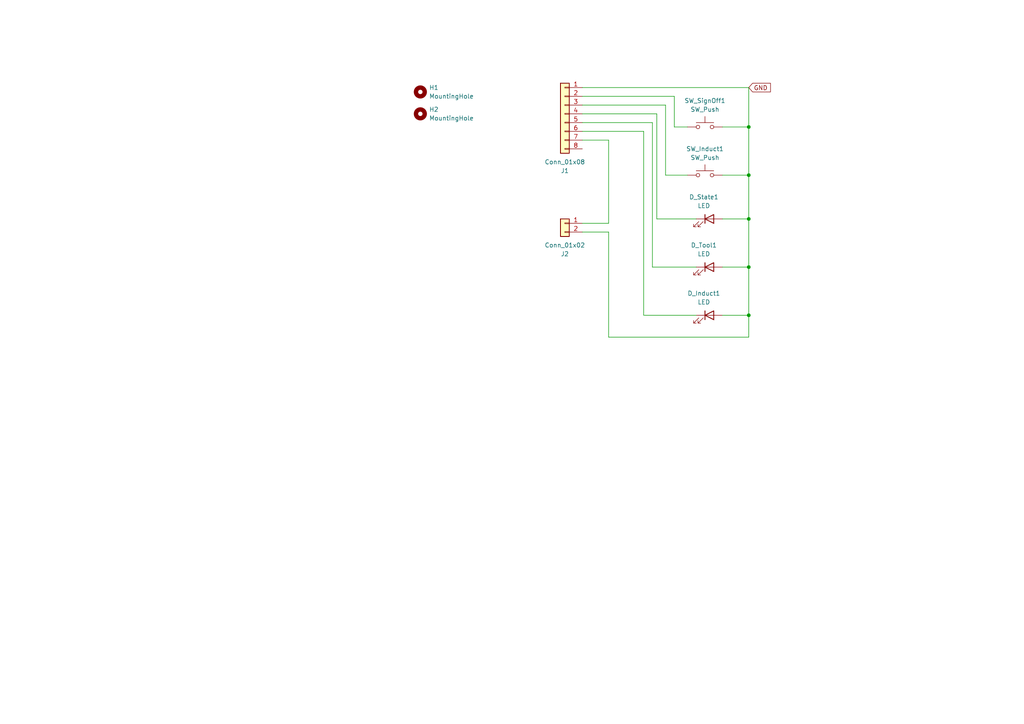
<source format=kicad_sch>
(kicad_sch (version 20231120) (generator "eeschema") (generator_version "8.0")
  (paper "A4")
  (lib_symbols
    (symbol "Connector_Generic:Conn_01x02" (pin_names (offset 1.016) hide)
      (property "Reference" "J" (at 0 2.54 0))
      (property "Value" "Conn_01x02" (at 0 -5.08 0))
      (symbol "Conn_01x02_1_1"
        (rectangle (start -1.27 -2.413) (end 0 -2.667) (stroke (width 0.1524)))
        (rectangle (start -1.27 0.127) (end 0 -0.127) (stroke (width 0.1524)))
        (rectangle (start -1.27 1.27) (end 1.27 -3.81) (stroke (width 0.254)) (fill (type background)))
        (pin passive line (at -5.08 0 0) (length 3.81) (name "Pin_1") (number "1"))
        (pin passive line (at -5.08 -2.54 0) (length 3.81) (name "Pin_2") (number "2"))
      )
    )
    (symbol "Connector_Generic:Conn_01x08" (pin_names (offset 1.016) hide)
      (property "Reference" "J" (at 0 10.16 0))
      (property "Value" "Conn_01x08" (at 0 -12.7 0))
      (symbol "Conn_01x08_1_1"
        (rectangle (start -1.27 -10.033) (end 0 -10.287) (stroke (width 0.1524)))
        (rectangle (start -1.27 -7.493) (end 0 -7.747) (stroke (width 0.1524)))
        (rectangle (start -1.27 -4.953) (end 0 -5.207) (stroke (width 0.1524)))
        (rectangle (start -1.27 -2.413) (end 0 -2.667) (stroke (width 0.1524)))
        (rectangle (start -1.27 0.127) (end 0 -0.127) (stroke (width 0.1524)))
        (rectangle (start -1.27 2.667) (end 0 2.413) (stroke (width 0.1524)))
        (rectangle (start -1.27 5.207) (end 0 4.953) (stroke (width 0.1524)))
        (rectangle (start -1.27 7.747) (end 0 7.493) (stroke (width 0.1524)))
        (rectangle (start -1.27 8.89) (end 1.27 -11.43) (stroke (width 0.254)) (fill (type background)))
        (pin passive line (at -5.08 7.62 0) (length 3.81) (name "Pin_1") (number "1"))
        (pin passive line (at -5.08 5.08 0) (length 3.81) (name "Pin_2") (number "2"))
        (pin passive line (at -5.08 2.54 0) (length 3.81) (name "Pin_3") (number "3"))
        (pin passive line (at -5.08 0 0) (length 3.81) (name "Pin_4") (number "4"))
        (pin passive line (at -5.08 -2.54 0) (length 3.81) (name "Pin_5") (number "5"))
        (pin passive line (at -5.08 -5.08 0) (length 3.81) (name "Pin_6") (number "6"))
        (pin passive line (at -5.08 -7.62 0) (length 3.81) (name "Pin_7") (number "7"))
        (pin passive line (at -5.08 -10.16 0) (length 3.81) (name "Pin_8") (number "8"))
      )
    )
    (symbol "Device:LED" (pin_numbers hide) (pin_names (offset 1.016) hide)
      (property "Reference" "D" (at 0 2.54 0))
      (property "Value" "LED" (at 0 -2.54 0))
      (symbol "LED_0_1"
        (polyline (pts (xy -1.27 -1.27) (xy -1.27 1.27)) (stroke (width 0.254)))
        (polyline (pts (xy -1.27 0) (xy 1.27 0)))
        (polyline (pts (xy 1.27 -1.27) (xy 1.27 1.27) (xy -1.27 0) (xy 1.27 -1.27)) (stroke (width 0.254)))
        (polyline (pts (xy -3.048 -0.762) (xy -4.572 -2.286) (xy -3.81 -2.286) (xy -4.572 -2.286) (xy -4.572 -1.524)))
        (polyline (pts (xy -1.778 -0.762) (xy -3.302 -2.286) (xy -2.54 -2.286) (xy -3.302 -2.286) (xy -3.302 -1.524)))
      )
      (symbol "LED_1_1"
        (pin passive line (at -3.81 0 0) (length 2.54) (name "K") (number "1"))
        (pin passive line (at 3.81 0 180) (length 2.54) (name "A") (number "2"))
      )
    )
    (symbol "Mechanical:MountingHole" (pin_names (offset 1.016)) (exclude_from_sim yes) (in_bom no)
      (property "Reference" "H" (at 0 5.08 0))
      (property "Value" "MountingHole" (at 0 3.175 0))
      (symbol "MountingHole_0_1"
        (circle (center 0 0) (radius 1.27) (stroke (width 1.27)))
      )
    )
    (symbol "Switch:SW_Push" (pin_numbers hide) (pin_names (offset 1.016) hide)
      (property "Reference" "SW" (at 1.27 2.54 0))
      (property "Value" "SW_Push" (at 0 -1.524 0))
      (symbol "SW_Push_0_1"
        (circle (center -2.032 0) (radius 0.508))
        (polyline (pts (xy 0 1.27) (xy 0 3.048)))
        (polyline (pts (xy 2.54 1.27) (xy -2.54 1.27)))
        (circle (center 2.032 0) (radius 0.508))
        (pin passive line (at -5.08 0 0) (length 2.54) (name "1") (number "1"))
        (pin passive line (at 5.08 0 180) (length 2.54) (name "2") (number "2"))
      )
    )
  )
  (junction (at 217.17 63.5))
  (junction (at 217.17 91.44))
  (junction (at 217.17 36.83))
  (junction (at 217.17 50.8))
  (junction (at 217.17 77.47))
  (wire (pts (xy 168.91 35.56) (xy 189.23 35.56)))
  (wire (pts (xy 209.55 77.47) (xy 217.17 77.47)))
  (wire (pts (xy 189.23 35.56) (xy 189.23 77.47)))
  (wire (pts (xy 176.53 64.77) (xy 176.53 40.64)))
  (wire (pts (xy 217.17 36.83) (xy 217.17 50.8)))
  (wire (pts (xy 217.17 77.47) (xy 217.17 91.44)))
  (wire (pts (xy 168.91 25.4) (xy 217.17 25.4)))
  (wire (pts (xy 217.17 50.8) (xy 217.17 63.5)))
  (wire (pts (xy 217.17 25.4) (xy 217.17 36.83)))
  (wire (pts (xy 168.91 33.02) (xy 190.5 33.02)))
  (wire (pts (xy 168.91 64.77) (xy 176.53 64.77)))
  (wire (pts (xy 195.58 36.83) (xy 199.39 36.83)))
  (wire (pts (xy 168.91 67.31) (xy 176.53 67.31)))
  (wire (pts (xy 176.53 67.31) (xy 176.53 97.79)))
  (wire (pts (xy 193.04 30.48) (xy 193.04 50.8)))
  (wire (pts (xy 189.23 77.47) (xy 201.93 77.47)))
  (wire (pts (xy 190.5 33.02) (xy 190.5 63.5)))
  (wire (pts (xy 186.69 91.44) (xy 201.93 91.44)))
  (wire (pts (xy 209.55 63.5) (xy 217.17 63.5)))
  (wire (pts (xy 186.69 38.1) (xy 186.69 91.44)))
  (wire (pts (xy 209.55 50.8) (xy 217.17 50.8)))
  (wire (pts (xy 190.5 63.5) (xy 201.93 63.5)))
  (wire (pts (xy 209.55 36.83) (xy 217.17 36.83)))
  (wire (pts (xy 195.58 27.94) (xy 195.58 36.83)))
  (wire (pts (xy 217.17 91.44) (xy 209.55 91.44)))
  (wire (pts (xy 176.53 40.64) (xy 168.91 40.64)))
  (wire (pts (xy 168.91 38.1) (xy 186.69 38.1)))
  (wire (pts (xy 176.53 97.79) (xy 217.17 97.79)))
  (wire (pts (xy 168.91 30.48) (xy 193.04 30.48)))
  (wire (pts (xy 168.91 27.94) (xy 195.58 27.94)))
  (wire (pts (xy 193.04 50.8) (xy 199.39 50.8)))
  (wire (pts (xy 217.17 63.5) (xy 217.17 77.47)))
  (wire (pts (xy 217.17 97.79) (xy 217.17 91.44)))
  (global_label "GND" (shape input) (at 217.17 25.4 0) (property "Intersheetrefs" "${INTERSHEET_REFS}" (effects (hide yes))))
  (symbol (lib_id "Mechanical:MountingHole") (at 121.92 26.67 0) (unit 1) (exclude_from_sim yes) (in_bom no)
    (property "Reference" "H1" (at 124.46 25.3999 0) (effects (justify left)))
    (property "Value" "MountingHole" (at 124.46 27.9399 0) (effects (justify left)))
    (property "Footprint" "MountingHole:MountingHole_3.2mm_M3" (effects (hide yes)))
    (property "Description" "Mounting Hole without connection" (effects (hide yes)))
  )
  (symbol (lib_id "Switch:SW_Push") (at 204.47 50.8 0) (unit 1)
    (property "Reference" "SW_Induct1" (at 204.47 43.18 0))
    (property "Value" "SW_Push" (at 204.47 45.72 0))
    (property "Footprint" "Button_Switch_THT:SW_TH_Tactile_Omron_B3F-10xx" (effects (hide yes)))
    (property "Description" "Push button switch, generic, two pins" (effects (hide yes)))
  )
  (symbol (lib_id "Connector_Generic:Conn_01x02") (at 163.83 64.77 0) (mirror y) (unit 1)
    (property "Reference" "J2" (at 163.83 73.66 0))
    (property "Value" "Conn_01x02" (at 163.83 71.12 0))
    (property "Footprint" "Connector_PinHeader_2.54mm:PinHeader_1x02_P2.54mm_Horizontal" (effects (hide yes)))
    (property "Description" "Generic connector, single row, 01x02, script generated (kicad-library-utils/schlib/autogen/connector/)" (effects (hide yes)))
  )
  (symbol (lib_id "Mechanical:MountingHole") (at 121.92 33.02 0) (unit 1) (exclude_from_sim yes) (in_bom no)
    (property "Reference" "H2" (at 124.46 31.7499 0) (effects (justify left)))
    (property "Value" "MountingHole" (at 124.46 34.2899 0) (effects (justify left)))
    (property "Footprint" "MountingHole:MountingHole_3.2mm_M3" (effects (hide yes)))
    (property "Description" "Mounting Hole without connection" (effects (hide yes)))
  )
  (symbol (lib_id "Switch:SW_Push") (at 204.47 36.83 0) (unit 1)
    (property "Reference" "SW_SignOff1" (at 204.47 29.21 0))
    (property "Value" "SW_Push" (at 204.47 31.75 0))
    (property "Footprint" "Button_Switch_THT:SW_TH_Tactile_Omron_B3F-10xx" (effects (hide yes)))
    (property "Description" "Push button switch, generic, two pins" (effects (hide yes)))
  )
  (symbol (lib_id "Device:LED") (at 205.74 91.44 0) (unit 1)
    (property "Reference" "D_Induct1" (at 204.1525 85.09 0))
    (property "Value" "LED" (at 204.1525 87.63 0))
    (property "Footprint" "LED_THT:LED_D5.0mm" (effects (hide yes)))
    (property "Description" "Light emitting diode" (effects (hide yes)))
  )
  (symbol (lib_id "Device:LED") (at 205.74 77.47 0) (unit 1)
    (property "Reference" "D_Tool1" (at 204.1525 71.12 0))
    (property "Value" "LED" (at 204.1525 73.66 0))
    (property "Footprint" "LED_THT:LED_D5.0mm" (effects (hide yes)))
    (property "Description" "Light emitting diode" (effects (hide yes)))
  )
  (symbol (lib_id "Connector_Generic:Conn_01x08") (at 163.83 33.02 0) (mirror y) (unit 1)
    (property "Reference" "J1" (at 163.83 49.53 0))
    (property "Value" "Conn_01x08" (at 163.83 46.99 0))
    (property "Footprint" "Connector_PinHeader_2.54mm:PinHeader_1x08_P2.54mm_Horizontal" (effects (hide yes)))
    (property "Description" "Generic connector, single row, 01x08, script generated (kicad-library-utils/schlib/autogen/connector/)" (effects (hide yes)))
  )
  (symbol (lib_id "Device:LED") (at 205.74 63.5 0) (unit 1)
    (property "Reference" "D_State1" (at 204.1525 57.15 0))
    (property "Value" "LED" (at 204.1525 59.69 0))
    (property "Footprint" "LED_THT:LED_D5.0mm" (effects (hide yes)))
    (property "Description" "Light emitting diode" (effects (hide yes)))
  )
)
</source>
